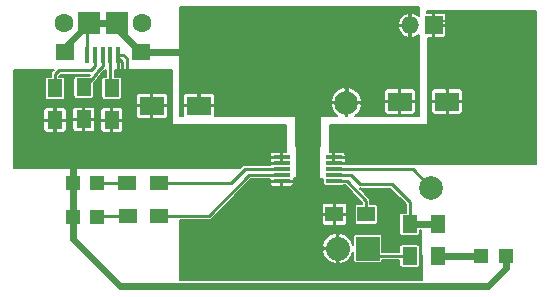
<source format=gtl>
G04 #@! TF.FileFunction,Copper,L1,Top,Signal*
%FSLAX46Y46*%
G04 Gerber Fmt 4.6, Leading zero omitted, Abs format (unit mm)*
G04 Created by KiCad (PCBNEW 0.201503210816+5526~22~ubuntu14.10.1-product) date Mon 23 Mar 2015 01:39:21 PM EDT*
%MOMM*%
G01*
G04 APERTURE LIST*
%ADD10C,0.100000*%
%ADD11R,2.000000X1.600000*%
%ADD12R,1.198880X1.198880*%
%ADD13R,1.500000X1.300000*%
%ADD14R,1.300000X1.500000*%
%ADD15R,1.400000X0.300000*%
%ADD16R,2.032000X2.032000*%
%ADD17O,2.032000X2.032000*%
%ADD18R,0.400000X1.350000*%
%ADD19R,1.600000X1.400000*%
%ADD20R,1.900000X1.900000*%
%ADD21C,1.600000*%
%ADD22R,1.500000X1.500000*%
%ADD23O,1.500000X1.500000*%
%ADD24C,1.998980*%
%ADD25C,0.685800*%
%ADD26C,0.152400*%
%ADD27C,0.254000*%
%ADD28C,0.609600*%
G04 APERTURE END LIST*
D10*
D11*
X156724600Y-105628440D03*
X160724600Y-105628440D03*
X181730400Y-105257600D03*
X177730400Y-105257600D03*
D12*
X186723020Y-118364000D03*
X184624980Y-118364000D03*
X150017480Y-114998500D03*
X152115520Y-114998500D03*
X150017480Y-112141000D03*
X152115520Y-112141000D03*
D13*
X157306000Y-112141000D03*
X154606000Y-112141000D03*
X157369500Y-114935000D03*
X154669500Y-114935000D03*
D14*
X180975000Y-115617000D03*
X180975000Y-118317000D03*
X178562000Y-115642400D03*
X178562000Y-118342400D03*
D13*
X172182800Y-114808000D03*
X174882800Y-114808000D03*
D14*
X148534120Y-106836200D03*
X148534120Y-104136200D03*
X150962360Y-106770160D03*
X150962360Y-104070160D03*
X153339800Y-106836200D03*
X153339800Y-104136200D03*
D15*
X167726000Y-109998000D03*
X167726000Y-110498000D03*
X167726000Y-110998000D03*
X167726000Y-111498000D03*
X167726000Y-111998000D03*
X172126000Y-111998000D03*
X172126000Y-111498000D03*
X172126000Y-110998000D03*
X172126000Y-110498000D03*
X172126000Y-109998000D03*
D16*
X175006000Y-117703600D03*
D17*
X172466000Y-117703600D03*
D18*
X152568760Y-101318440D03*
X151918760Y-101318440D03*
X151268760Y-101318440D03*
X153218760Y-101318440D03*
X153868760Y-101318440D03*
D19*
X155768760Y-101093440D03*
X149368760Y-101093440D03*
D20*
X153768760Y-98643440D03*
X151368760Y-98643440D03*
D21*
X155868760Y-98643440D03*
X149268760Y-98643440D03*
D22*
X180594000Y-98806000D03*
D23*
X178594000Y-98806000D03*
D24*
X173191898Y-105373898D03*
X180376102Y-112558102D03*
D25*
X178435000Y-100965000D03*
X178435000Y-102870000D03*
X160655000Y-99695000D03*
X160655000Y-97790000D03*
X163195000Y-97790000D03*
X163195000Y-99695000D03*
X163195000Y-101600000D03*
X163195000Y-103505000D03*
X163195000Y-105410000D03*
X165735000Y-105410000D03*
X165735000Y-103505000D03*
X165735000Y-101600000D03*
X165735000Y-99695000D03*
X165735000Y-97790000D03*
X168275000Y-97790000D03*
X168275000Y-99695000D03*
X168275000Y-101600000D03*
X168275000Y-103505000D03*
X168275000Y-105410000D03*
X170815000Y-105410000D03*
X170815000Y-103505000D03*
X170815000Y-101600000D03*
X170815000Y-99695000D03*
X170815000Y-97790000D03*
X173355000Y-97790000D03*
X173355000Y-99695000D03*
X173355000Y-101600000D03*
X173355000Y-103505000D03*
X175895000Y-105410000D03*
X175895000Y-103505000D03*
X175895000Y-101600000D03*
X175895000Y-99695000D03*
X175895000Y-97790000D03*
X160655000Y-103505000D03*
X160655000Y-101600000D03*
X170180000Y-106680000D03*
X170180000Y-108585000D03*
X170180000Y-110490000D03*
X170180000Y-112395000D03*
X170180000Y-114300000D03*
X167640000Y-114300000D03*
X165100000Y-114300000D03*
X160020000Y-116205000D03*
X162560000Y-116205000D03*
X165735000Y-116205000D03*
X168910000Y-116205000D03*
X170180000Y-118110000D03*
X167640000Y-118110000D03*
X164465000Y-118110000D03*
X161290000Y-118110000D03*
X160020000Y-120015000D03*
X163195000Y-120015000D03*
X166370000Y-120015000D03*
X169545000Y-120015000D03*
X173355000Y-120015000D03*
X176530000Y-120015000D03*
X177165000Y-116840000D03*
X177165000Y-114935000D03*
X175895000Y-113030000D03*
X156845000Y-107950000D03*
X159385000Y-107950000D03*
X161925000Y-107950000D03*
X164465000Y-107950000D03*
X167005000Y-107950000D03*
X164465000Y-109855000D03*
X161925000Y-109855000D03*
X159385000Y-109855000D03*
X156845000Y-109855000D03*
X153670000Y-109855000D03*
X151130000Y-109855000D03*
X148590000Y-109855000D03*
X146050000Y-109855000D03*
X146050000Y-107950000D03*
X146050000Y-106045000D03*
X146050000Y-104140000D03*
X154305000Y-108585000D03*
X152400000Y-108585000D03*
X149860000Y-108585000D03*
X147955000Y-108585000D03*
X157480000Y-103505000D03*
X155575000Y-103505000D03*
X184150000Y-102235000D03*
X183515000Y-100330000D03*
X185420000Y-100330000D03*
X187960000Y-100330000D03*
X187960000Y-98425000D03*
X185420000Y-98425000D03*
X183515000Y-98425000D03*
X181610000Y-102235000D03*
X184785000Y-109855000D03*
X182245000Y-109855000D03*
X180340000Y-109220000D03*
X177165000Y-109220000D03*
X174625000Y-109220000D03*
X173355000Y-107950000D03*
X175895000Y-107950000D03*
X178435000Y-107950000D03*
X180975000Y-107950000D03*
X183515000Y-107950000D03*
X186055000Y-107950000D03*
X188595000Y-107950000D03*
X188595000Y-106045000D03*
X186690000Y-106045000D03*
X184150000Y-106045000D03*
X183515000Y-104140000D03*
X185420000Y-104140000D03*
X187960000Y-104140000D03*
X186690000Y-102235000D03*
X187960000Y-109855000D03*
D26*
X178460400Y-100939600D02*
X178435000Y-100965000D01*
X178460400Y-98450400D02*
X178460400Y-100939600D01*
D27*
X151268760Y-101318440D02*
X151268760Y-98743440D01*
X151268760Y-98743440D02*
X151368760Y-98643440D01*
D28*
X153768760Y-98643440D02*
X153768760Y-99093440D01*
X153768760Y-99093440D02*
X155768760Y-101093440D01*
X151368760Y-98643440D02*
X153768760Y-98643440D01*
X149368760Y-101093440D02*
X149368760Y-100643440D01*
X149368760Y-100643440D02*
X151368760Y-98643440D01*
D26*
X160655000Y-101600000D02*
X160655000Y-99695000D01*
X160655000Y-97790000D02*
X163195000Y-97790000D01*
X163195000Y-99695000D02*
X163195000Y-101600000D01*
X163195000Y-103505000D02*
X163195000Y-105410000D01*
X165735000Y-105410000D02*
X165735000Y-103505000D01*
X165735000Y-101600000D02*
X165735000Y-99695000D01*
X165735000Y-97790000D02*
X168275000Y-97790000D01*
X168275000Y-99695000D02*
X168275000Y-101600000D01*
X168275000Y-103505000D02*
X168275000Y-105410000D01*
X170815000Y-105410000D02*
X170815000Y-103505000D01*
X170815000Y-101600000D02*
X170815000Y-99695000D01*
X170815000Y-97790000D02*
X173355000Y-97790000D01*
X173355000Y-99695000D02*
X173355000Y-101600000D01*
X173355000Y-103505000D02*
X173355000Y-105410000D01*
X175895000Y-105410000D02*
X175895000Y-103505000D01*
X175895000Y-101600000D02*
X175895000Y-99695000D01*
X160724600Y-105628440D02*
X160724600Y-103574600D01*
X160724600Y-103574600D02*
X160655000Y-103505000D01*
X170815000Y-106045000D02*
X170180000Y-106680000D01*
X170180000Y-108585000D02*
X170180000Y-110490000D01*
X170180000Y-112395000D02*
X170180000Y-114300000D01*
X167640000Y-114300000D02*
X165100000Y-114300000D01*
X160020000Y-116205000D02*
X162560000Y-116205000D01*
X165735000Y-116205000D02*
X168910000Y-116205000D01*
X170180000Y-118110000D02*
X167640000Y-118110000D01*
X164465000Y-118110000D02*
X161290000Y-118110000D01*
X160020000Y-120015000D02*
X163195000Y-120015000D01*
X166370000Y-120015000D02*
X169545000Y-120015000D01*
X173355000Y-120015000D02*
X176530000Y-120015000D01*
X177165000Y-116840000D02*
X177165000Y-114935000D01*
X170815000Y-105410000D02*
X170815000Y-106045000D01*
D28*
X159764560Y-101093440D02*
X159766000Y-101092000D01*
X155768760Y-101093440D02*
X159764560Y-101093440D01*
D27*
X151844080Y-103088440D02*
X151844080Y-103188440D01*
X151844080Y-103188440D02*
X150962360Y-104070160D01*
X152059640Y-102778560D02*
X152059640Y-102872880D01*
X152059640Y-102872880D02*
X151844080Y-103088440D01*
X152568760Y-102269440D02*
X152059640Y-102778560D01*
X152568760Y-101318440D02*
X152568760Y-102269440D01*
X148859240Y-102626160D02*
X148534120Y-102951280D01*
X148534120Y-102951280D02*
X148534120Y-104136200D01*
X151540040Y-102626160D02*
X148859240Y-102626160D01*
X151918760Y-101318440D02*
X151918760Y-102247440D01*
X151918760Y-102247440D02*
X151540040Y-102626160D01*
X153218760Y-101318440D02*
X153218760Y-104015160D01*
X153218760Y-104015160D02*
X153339800Y-104136200D01*
D28*
X184577980Y-118317000D02*
X184624980Y-118364000D01*
X180975000Y-118317000D02*
X184577980Y-118317000D01*
D26*
X152179020Y-114935000D02*
X152115520Y-114998500D01*
D27*
X154669500Y-114935000D02*
X152179020Y-114935000D01*
X152115520Y-112141000D02*
X154606000Y-112141000D01*
D26*
X175644800Y-118342400D02*
X175006000Y-117703600D01*
D27*
X178562000Y-118342400D02*
X175644800Y-118342400D01*
X163449000Y-112141000D02*
X164592000Y-110998000D01*
X164592000Y-110998000D02*
X167726000Y-110998000D01*
X157306000Y-112141000D02*
X163449000Y-112141000D01*
X164981000Y-111498000D02*
X161544000Y-114935000D01*
X161544000Y-114935000D02*
X157369500Y-114935000D01*
X167726000Y-111498000D02*
X164981000Y-111498000D01*
D26*
X178672500Y-115531900D02*
X178562000Y-115642400D01*
D27*
X178562000Y-113792000D02*
X177038000Y-112268000D01*
X177038000Y-112268000D02*
X174371000Y-112268000D01*
X174371000Y-112268000D02*
X173601000Y-111498000D01*
X178562000Y-115642400D02*
X178562000Y-113792000D01*
D26*
X178587400Y-115617000D02*
X178562000Y-115642400D01*
D28*
X178587400Y-115617000D02*
X178562000Y-115642400D01*
X180975000Y-115617000D02*
X178587400Y-115617000D01*
D27*
X173601000Y-111498000D02*
X172126000Y-111498000D01*
X175260000Y-110998000D02*
X178816000Y-110998000D01*
X178816000Y-110998000D02*
X180376102Y-112558102D01*
X172126000Y-110998000D02*
X175260000Y-110998000D01*
X175260000Y-110998000D02*
X175307000Y-110998000D01*
D26*
X174879000Y-114804200D02*
X174882800Y-114808000D01*
D27*
X173212000Y-111998000D02*
X174879000Y-113665000D01*
X174879000Y-113665000D02*
X174879000Y-114804200D01*
X172126000Y-111998000D02*
X173212000Y-111998000D01*
X154609800Y-101605480D02*
X154609800Y-102971600D01*
X153868760Y-101318440D02*
X154322760Y-101318440D01*
X154322760Y-101318440D02*
X154609800Y-101605480D01*
X154198320Y-101945440D02*
X154198320Y-102743000D01*
X153868760Y-101615880D02*
X154198320Y-101945440D01*
X153868760Y-101318440D02*
X153868760Y-101615880D01*
X153868760Y-102823640D02*
X153868760Y-101318440D01*
D28*
X154051000Y-120904000D02*
X150017480Y-116870480D01*
X150017480Y-116870480D02*
X150017480Y-114744500D01*
X150017480Y-114744500D02*
X150017480Y-112141000D01*
X150017480Y-110078520D02*
X150241000Y-109855000D01*
X150017480Y-112141000D02*
X150017480Y-110078520D01*
D26*
X156724600Y-105628440D02*
X156724600Y-107829600D01*
X156724600Y-107829600D02*
X156845000Y-107950000D01*
X159385000Y-107950000D02*
X161925000Y-107950000D01*
X164465000Y-107950000D02*
X167005000Y-107950000D01*
X164465000Y-109855000D02*
X161925000Y-109855000D01*
X159385000Y-109855000D02*
X156845000Y-109855000D01*
X153670000Y-109855000D02*
X151130000Y-109855000D01*
X148590000Y-109855000D02*
X146050000Y-109855000D01*
X146050000Y-107950000D02*
X146050000Y-106045000D01*
X156845000Y-107950000D02*
X154940000Y-107950000D01*
X154940000Y-107950000D02*
X154305000Y-108585000D01*
X152400000Y-108585000D02*
X150495000Y-108585000D01*
X150495000Y-108585000D02*
X149860000Y-108585000D01*
X156724600Y-105628440D02*
X156724600Y-104260400D01*
X156724600Y-104260400D02*
X157480000Y-103505000D01*
D28*
X186723020Y-119346980D02*
X185166000Y-120904000D01*
X185166000Y-120904000D02*
X154051000Y-120904000D01*
X186723020Y-118364000D02*
X186723020Y-119346980D01*
X150896320Y-106836200D02*
X150962360Y-106770160D01*
X153273760Y-106770160D02*
X153339800Y-106836200D01*
D26*
X183489600Y-98450400D02*
X181000400Y-98450400D01*
X182245000Y-101600000D02*
X181610000Y-102235000D01*
X183515000Y-100330000D02*
X182245000Y-101600000D01*
X187960000Y-100330000D02*
X185420000Y-100330000D01*
X185420000Y-98425000D02*
X187960000Y-98425000D01*
X183489600Y-98450400D02*
X183515000Y-98425000D01*
X182245000Y-109855000D02*
X184785000Y-109855000D01*
X177165000Y-109220000D02*
X180340000Y-109220000D01*
X173355000Y-107950000D02*
X174625000Y-109220000D01*
X178435000Y-107950000D02*
X175895000Y-107950000D01*
X183515000Y-107950000D02*
X180975000Y-107950000D01*
X188595000Y-107950000D02*
X186055000Y-107950000D01*
X186690000Y-106045000D02*
X188595000Y-106045000D01*
X184150000Y-104775000D02*
X184150000Y-106045000D01*
X183515000Y-104140000D02*
X184150000Y-104775000D01*
X187960000Y-104140000D02*
X185420000Y-104140000D01*
X184150000Y-102235000D02*
X186690000Y-102235000D01*
G36*
X179602294Y-120360743D02*
X179445079Y-120361360D01*
X179445079Y-119092400D01*
X179445079Y-117592400D01*
X179428167Y-117505236D01*
X179377842Y-117428626D01*
X179301871Y-117377344D01*
X179212000Y-117359321D01*
X177912000Y-117359321D01*
X177824836Y-117376233D01*
X177748226Y-117426558D01*
X177696944Y-117502529D01*
X177678921Y-117592400D01*
X177678921Y-117986800D01*
X176255079Y-117986800D01*
X176255079Y-116687600D01*
X176238167Y-116600436D01*
X176187842Y-116523826D01*
X176111871Y-116472544D01*
X176022000Y-116454521D01*
X173990000Y-116454521D01*
X173902836Y-116471433D01*
X173826226Y-116521758D01*
X173774944Y-116597729D01*
X173756921Y-116687600D01*
X173756921Y-117370691D01*
X173586467Y-116957398D01*
X173263000Y-116632942D01*
X173263000Y-115523681D01*
X173263000Y-115392319D01*
X173263000Y-114941350D01*
X173263000Y-114674650D01*
X173263000Y-114223681D01*
X173263000Y-114092319D01*
X173212730Y-113970957D01*
X173119843Y-113878070D01*
X172998481Y-113827800D01*
X172316150Y-113827800D01*
X172233600Y-113910350D01*
X172233600Y-114757200D01*
X173180450Y-114757200D01*
X173263000Y-114674650D01*
X173263000Y-114941350D01*
X173180450Y-114858800D01*
X172233600Y-114858800D01*
X172233600Y-115705650D01*
X172316150Y-115788200D01*
X172998481Y-115788200D01*
X173119843Y-115737930D01*
X173212730Y-115645043D01*
X173263000Y-115523681D01*
X173263000Y-116632942D01*
X173215617Y-116585415D01*
X172730645Y-116383666D01*
X172726617Y-116382868D01*
X172516800Y-116440972D01*
X172516800Y-117652800D01*
X172536800Y-117652800D01*
X172536800Y-117754400D01*
X172516800Y-117754400D01*
X172516800Y-118966228D01*
X172726617Y-119024332D01*
X172730645Y-119023534D01*
X173215617Y-118821785D01*
X173586467Y-118449802D01*
X173756921Y-118036508D01*
X173756921Y-118719600D01*
X173773833Y-118806764D01*
X173824158Y-118883374D01*
X173900129Y-118934656D01*
X173990000Y-118952679D01*
X176022000Y-118952679D01*
X176109164Y-118935767D01*
X176185774Y-118885442D01*
X176237056Y-118809471D01*
X176255079Y-118719600D01*
X176255079Y-118698000D01*
X177678921Y-118698000D01*
X177678921Y-119092400D01*
X177695833Y-119179564D01*
X177746158Y-119256174D01*
X177822129Y-119307456D01*
X177912000Y-119325479D01*
X179212000Y-119325479D01*
X179299164Y-119308567D01*
X179375774Y-119258242D01*
X179427056Y-119182271D01*
X179445079Y-119092400D01*
X179445079Y-120361360D01*
X177094313Y-120370600D01*
X172415200Y-120370600D01*
X172415200Y-118966228D01*
X172415200Y-117754400D01*
X172415200Y-117652800D01*
X172415200Y-116440972D01*
X172205383Y-116382868D01*
X172201355Y-116383666D01*
X172132000Y-116412517D01*
X172132000Y-115705650D01*
X172132000Y-114858800D01*
X172132000Y-114757200D01*
X172132000Y-113910350D01*
X172049450Y-113827800D01*
X171367119Y-113827800D01*
X171245757Y-113878070D01*
X171152870Y-113970957D01*
X171102600Y-114092319D01*
X171102600Y-114223681D01*
X171102600Y-114674650D01*
X171185150Y-114757200D01*
X172132000Y-114757200D01*
X172132000Y-114858800D01*
X171185150Y-114858800D01*
X171102600Y-114941350D01*
X171102600Y-115392319D01*
X171102600Y-115523681D01*
X171152870Y-115645043D01*
X171245757Y-115737930D01*
X171367119Y-115788200D01*
X172049450Y-115788200D01*
X172132000Y-115705650D01*
X172132000Y-116412517D01*
X171716383Y-116585415D01*
X171345533Y-116957398D01*
X171145264Y-117442983D01*
X171203305Y-117652800D01*
X172415200Y-117652800D01*
X172415200Y-117754400D01*
X171203305Y-117754400D01*
X171145264Y-117964217D01*
X171345533Y-118449802D01*
X171716383Y-118821785D01*
X172201355Y-119023534D01*
X172205383Y-119024332D01*
X172415200Y-118966228D01*
X172415200Y-120370600D01*
X168756200Y-120370600D01*
X168756200Y-112213681D01*
X168756200Y-112131350D01*
X168673650Y-112048800D01*
X167776800Y-112048800D01*
X167776800Y-112395650D01*
X167859350Y-112478200D01*
X168491681Y-112478200D01*
X168613043Y-112427930D01*
X168705930Y-112335043D01*
X168756200Y-112213681D01*
X168756200Y-120370600D01*
X167675200Y-120370600D01*
X167675200Y-112395650D01*
X167675200Y-112048800D01*
X166778350Y-112048800D01*
X166695800Y-112131350D01*
X166695800Y-112213681D01*
X166746070Y-112335043D01*
X166838957Y-112427930D01*
X166960319Y-112478200D01*
X167592650Y-112478200D01*
X167675200Y-112395650D01*
X167675200Y-120370600D01*
X159075120Y-120370600D01*
X159075120Y-115290600D01*
X161544000Y-115290600D01*
X161680082Y-115263532D01*
X161680083Y-115263532D01*
X161795447Y-115186447D01*
X165128294Y-111853600D01*
X166695800Y-111853600D01*
X166695800Y-111864650D01*
X166778350Y-111947200D01*
X167675200Y-111947200D01*
X167675200Y-111927200D01*
X167776800Y-111927200D01*
X167776800Y-111947200D01*
X168673650Y-111947200D01*
X168756200Y-111864650D01*
X168756200Y-111782319D01*
X168752098Y-111772417D01*
X168987148Y-111772839D01*
X168921765Y-106476800D01*
X162054800Y-106476800D01*
X162054800Y-106362759D01*
X162054800Y-105761790D01*
X162054800Y-105495090D01*
X162054800Y-104894121D01*
X162054800Y-104762759D01*
X162004530Y-104641397D01*
X161911643Y-104548510D01*
X161790281Y-104498240D01*
X160857950Y-104498240D01*
X160775400Y-104580790D01*
X160775400Y-105577640D01*
X161972250Y-105577640D01*
X162054800Y-105495090D01*
X162054800Y-105761790D01*
X161972250Y-105679240D01*
X160775400Y-105679240D01*
X160775400Y-105699240D01*
X160673800Y-105699240D01*
X160673800Y-105679240D01*
X160673800Y-105577640D01*
X160673800Y-104580790D01*
X160591250Y-104498240D01*
X159658919Y-104498240D01*
X159537557Y-104548510D01*
X159444670Y-104641397D01*
X159394400Y-104762759D01*
X159394400Y-104894121D01*
X159394400Y-105495090D01*
X159476950Y-105577640D01*
X160673800Y-105577640D01*
X160673800Y-105679240D01*
X159476950Y-105679240D01*
X159394400Y-105761790D01*
X159394400Y-106362759D01*
X159394400Y-106476800D01*
X159143700Y-106476800D01*
X159143700Y-99822000D01*
X159143700Y-99568000D01*
X159143700Y-97294700D01*
X179311300Y-97294700D01*
X179311300Y-98025458D01*
X179187129Y-97903203D01*
X178812968Y-97748226D01*
X178644800Y-97809644D01*
X178644800Y-98755200D01*
X178664800Y-98755200D01*
X178664800Y-98856800D01*
X178644800Y-98856800D01*
X178644800Y-99802356D01*
X178812968Y-99863774D01*
X179187129Y-99708797D01*
X179311300Y-99586541D01*
X179311300Y-106476800D01*
X179060600Y-106476800D01*
X179060600Y-106123281D01*
X179060600Y-105991919D01*
X179060600Y-105390950D01*
X179060600Y-105124250D01*
X179060600Y-104523281D01*
X179060600Y-104391919D01*
X179010330Y-104270557D01*
X178917443Y-104177670D01*
X178796081Y-104127400D01*
X178543200Y-104127400D01*
X178543200Y-99802356D01*
X178543200Y-98856800D01*
X178543200Y-98755200D01*
X178543200Y-97809644D01*
X178375032Y-97748226D01*
X178000871Y-97903203D01*
X177700535Y-98198905D01*
X177536221Y-98587031D01*
X177597540Y-98755200D01*
X178543200Y-98755200D01*
X178543200Y-98856800D01*
X177597540Y-98856800D01*
X177536221Y-99024969D01*
X177700535Y-99413095D01*
X178000871Y-99708797D01*
X178375032Y-99863774D01*
X178543200Y-99802356D01*
X178543200Y-104127400D01*
X177863750Y-104127400D01*
X177781200Y-104209950D01*
X177781200Y-105206800D01*
X178978050Y-105206800D01*
X179060600Y-105124250D01*
X179060600Y-105390950D01*
X178978050Y-105308400D01*
X177781200Y-105308400D01*
X177781200Y-106305250D01*
X177863750Y-106387800D01*
X178796081Y-106387800D01*
X178917443Y-106337530D01*
X179010330Y-106244643D01*
X179060600Y-106123281D01*
X179060600Y-106476800D01*
X177679600Y-106476800D01*
X177679600Y-106305250D01*
X177679600Y-105308400D01*
X177679600Y-105206800D01*
X177679600Y-104209950D01*
X177597050Y-104127400D01*
X176664719Y-104127400D01*
X176543357Y-104177670D01*
X176450470Y-104270557D01*
X176400200Y-104391919D01*
X176400200Y-104523281D01*
X176400200Y-105124250D01*
X176482750Y-105206800D01*
X177679600Y-105206800D01*
X177679600Y-105308400D01*
X176482750Y-105308400D01*
X176400200Y-105390950D01*
X176400200Y-105991919D01*
X176400200Y-106123281D01*
X176450470Y-106244643D01*
X176543357Y-106337530D01*
X176664719Y-106387800D01*
X177597050Y-106387800D01*
X177679600Y-106305250D01*
X177679600Y-106476800D01*
X173968880Y-106476800D01*
X174317804Y-106129124D01*
X174521112Y-105640770D01*
X174522059Y-105636008D01*
X174522059Y-105111788D01*
X174320501Y-104622709D01*
X173947124Y-104247992D01*
X173458770Y-104044684D01*
X173454008Y-104043737D01*
X173242698Y-104101722D01*
X173242698Y-105323098D01*
X174464074Y-105323098D01*
X174522059Y-105111788D01*
X174522059Y-105636008D01*
X174464074Y-105424698D01*
X173242698Y-105424698D01*
X173242698Y-106476800D01*
X173141098Y-106476800D01*
X173141098Y-105424698D01*
X173141098Y-105323098D01*
X173141098Y-104101722D01*
X172929788Y-104043737D01*
X172440709Y-104245295D01*
X172065992Y-104618672D01*
X171862684Y-105107026D01*
X171861737Y-105111788D01*
X171919722Y-105323098D01*
X173141098Y-105323098D01*
X173141098Y-105424698D01*
X171919722Y-105424698D01*
X171861737Y-105636008D01*
X172063295Y-106125087D01*
X172413750Y-106476800D01*
X170930224Y-106476800D01*
X170864854Y-111837093D01*
X171195872Y-111833284D01*
X171192921Y-111848000D01*
X171192921Y-112148000D01*
X171209833Y-112235164D01*
X171260158Y-112311774D01*
X171336129Y-112363056D01*
X171426000Y-112381079D01*
X172826000Y-112381079D01*
X172913164Y-112364167D01*
X172929250Y-112353600D01*
X173064706Y-112353600D01*
X174523400Y-113812294D01*
X174523400Y-113924921D01*
X174132800Y-113924921D01*
X174045636Y-113941833D01*
X173969026Y-113992158D01*
X173917744Y-114068129D01*
X173899721Y-114158000D01*
X173899721Y-115458000D01*
X173916633Y-115545164D01*
X173966958Y-115621774D01*
X174042929Y-115673056D01*
X174132800Y-115691079D01*
X175632800Y-115691079D01*
X175719964Y-115674167D01*
X175796574Y-115623842D01*
X175847856Y-115547871D01*
X175865879Y-115458000D01*
X175865879Y-114158000D01*
X175848967Y-114070836D01*
X175798642Y-113994226D01*
X175722671Y-113942944D01*
X175632800Y-113924921D01*
X175234600Y-113924921D01*
X175234600Y-113665000D01*
X175207532Y-113528918D01*
X175207532Y-113528917D01*
X175130447Y-113413553D01*
X174332919Y-112616025D01*
X174371000Y-112623600D01*
X176890705Y-112623600D01*
X178206400Y-113939294D01*
X178206400Y-114659321D01*
X177912000Y-114659321D01*
X177824836Y-114676233D01*
X177748226Y-114726558D01*
X177696944Y-114802529D01*
X177678921Y-114892400D01*
X177678921Y-116392400D01*
X177695833Y-116479564D01*
X177746158Y-116556174D01*
X177822129Y-116607456D01*
X177912000Y-116625479D01*
X179212000Y-116625479D01*
X179299164Y-116608567D01*
X179375774Y-116558242D01*
X179427056Y-116482271D01*
X179445079Y-116392400D01*
X179445079Y-116150400D01*
X179541362Y-116150400D01*
X179602294Y-120360743D01*
X179602294Y-120360743D01*
G37*
X179602294Y-120360743D02*
X179445079Y-120361360D01*
X179445079Y-119092400D01*
X179445079Y-117592400D01*
X179428167Y-117505236D01*
X179377842Y-117428626D01*
X179301871Y-117377344D01*
X179212000Y-117359321D01*
X177912000Y-117359321D01*
X177824836Y-117376233D01*
X177748226Y-117426558D01*
X177696944Y-117502529D01*
X177678921Y-117592400D01*
X177678921Y-117986800D01*
X176255079Y-117986800D01*
X176255079Y-116687600D01*
X176238167Y-116600436D01*
X176187842Y-116523826D01*
X176111871Y-116472544D01*
X176022000Y-116454521D01*
X173990000Y-116454521D01*
X173902836Y-116471433D01*
X173826226Y-116521758D01*
X173774944Y-116597729D01*
X173756921Y-116687600D01*
X173756921Y-117370691D01*
X173586467Y-116957398D01*
X173263000Y-116632942D01*
X173263000Y-115523681D01*
X173263000Y-115392319D01*
X173263000Y-114941350D01*
X173263000Y-114674650D01*
X173263000Y-114223681D01*
X173263000Y-114092319D01*
X173212730Y-113970957D01*
X173119843Y-113878070D01*
X172998481Y-113827800D01*
X172316150Y-113827800D01*
X172233600Y-113910350D01*
X172233600Y-114757200D01*
X173180450Y-114757200D01*
X173263000Y-114674650D01*
X173263000Y-114941350D01*
X173180450Y-114858800D01*
X172233600Y-114858800D01*
X172233600Y-115705650D01*
X172316150Y-115788200D01*
X172998481Y-115788200D01*
X173119843Y-115737930D01*
X173212730Y-115645043D01*
X173263000Y-115523681D01*
X173263000Y-116632942D01*
X173215617Y-116585415D01*
X172730645Y-116383666D01*
X172726617Y-116382868D01*
X172516800Y-116440972D01*
X172516800Y-117652800D01*
X172536800Y-117652800D01*
X172536800Y-117754400D01*
X172516800Y-117754400D01*
X172516800Y-118966228D01*
X172726617Y-119024332D01*
X172730645Y-119023534D01*
X173215617Y-118821785D01*
X173586467Y-118449802D01*
X173756921Y-118036508D01*
X173756921Y-118719600D01*
X173773833Y-118806764D01*
X173824158Y-118883374D01*
X173900129Y-118934656D01*
X173990000Y-118952679D01*
X176022000Y-118952679D01*
X176109164Y-118935767D01*
X176185774Y-118885442D01*
X176237056Y-118809471D01*
X176255079Y-118719600D01*
X176255079Y-118698000D01*
X177678921Y-118698000D01*
X177678921Y-119092400D01*
X177695833Y-119179564D01*
X177746158Y-119256174D01*
X177822129Y-119307456D01*
X177912000Y-119325479D01*
X179212000Y-119325479D01*
X179299164Y-119308567D01*
X179375774Y-119258242D01*
X179427056Y-119182271D01*
X179445079Y-119092400D01*
X179445079Y-120361360D01*
X177094313Y-120370600D01*
X172415200Y-120370600D01*
X172415200Y-118966228D01*
X172415200Y-117754400D01*
X172415200Y-117652800D01*
X172415200Y-116440972D01*
X172205383Y-116382868D01*
X172201355Y-116383666D01*
X172132000Y-116412517D01*
X172132000Y-115705650D01*
X172132000Y-114858800D01*
X172132000Y-114757200D01*
X172132000Y-113910350D01*
X172049450Y-113827800D01*
X171367119Y-113827800D01*
X171245757Y-113878070D01*
X171152870Y-113970957D01*
X171102600Y-114092319D01*
X171102600Y-114223681D01*
X171102600Y-114674650D01*
X171185150Y-114757200D01*
X172132000Y-114757200D01*
X172132000Y-114858800D01*
X171185150Y-114858800D01*
X171102600Y-114941350D01*
X171102600Y-115392319D01*
X171102600Y-115523681D01*
X171152870Y-115645043D01*
X171245757Y-115737930D01*
X171367119Y-115788200D01*
X172049450Y-115788200D01*
X172132000Y-115705650D01*
X172132000Y-116412517D01*
X171716383Y-116585415D01*
X171345533Y-116957398D01*
X171145264Y-117442983D01*
X171203305Y-117652800D01*
X172415200Y-117652800D01*
X172415200Y-117754400D01*
X171203305Y-117754400D01*
X171145264Y-117964217D01*
X171345533Y-118449802D01*
X171716383Y-118821785D01*
X172201355Y-119023534D01*
X172205383Y-119024332D01*
X172415200Y-118966228D01*
X172415200Y-120370600D01*
X168756200Y-120370600D01*
X168756200Y-112213681D01*
X168756200Y-112131350D01*
X168673650Y-112048800D01*
X167776800Y-112048800D01*
X167776800Y-112395650D01*
X167859350Y-112478200D01*
X168491681Y-112478200D01*
X168613043Y-112427930D01*
X168705930Y-112335043D01*
X168756200Y-112213681D01*
X168756200Y-120370600D01*
X167675200Y-120370600D01*
X167675200Y-112395650D01*
X167675200Y-112048800D01*
X166778350Y-112048800D01*
X166695800Y-112131350D01*
X166695800Y-112213681D01*
X166746070Y-112335043D01*
X166838957Y-112427930D01*
X166960319Y-112478200D01*
X167592650Y-112478200D01*
X167675200Y-112395650D01*
X167675200Y-120370600D01*
X159075120Y-120370600D01*
X159075120Y-115290600D01*
X161544000Y-115290600D01*
X161680082Y-115263532D01*
X161680083Y-115263532D01*
X161795447Y-115186447D01*
X165128294Y-111853600D01*
X166695800Y-111853600D01*
X166695800Y-111864650D01*
X166778350Y-111947200D01*
X167675200Y-111947200D01*
X167675200Y-111927200D01*
X167776800Y-111927200D01*
X167776800Y-111947200D01*
X168673650Y-111947200D01*
X168756200Y-111864650D01*
X168756200Y-111782319D01*
X168752098Y-111772417D01*
X168987148Y-111772839D01*
X168921765Y-106476800D01*
X162054800Y-106476800D01*
X162054800Y-106362759D01*
X162054800Y-105761790D01*
X162054800Y-105495090D01*
X162054800Y-104894121D01*
X162054800Y-104762759D01*
X162004530Y-104641397D01*
X161911643Y-104548510D01*
X161790281Y-104498240D01*
X160857950Y-104498240D01*
X160775400Y-104580790D01*
X160775400Y-105577640D01*
X161972250Y-105577640D01*
X162054800Y-105495090D01*
X162054800Y-105761790D01*
X161972250Y-105679240D01*
X160775400Y-105679240D01*
X160775400Y-105699240D01*
X160673800Y-105699240D01*
X160673800Y-105679240D01*
X160673800Y-105577640D01*
X160673800Y-104580790D01*
X160591250Y-104498240D01*
X159658919Y-104498240D01*
X159537557Y-104548510D01*
X159444670Y-104641397D01*
X159394400Y-104762759D01*
X159394400Y-104894121D01*
X159394400Y-105495090D01*
X159476950Y-105577640D01*
X160673800Y-105577640D01*
X160673800Y-105679240D01*
X159476950Y-105679240D01*
X159394400Y-105761790D01*
X159394400Y-106362759D01*
X159394400Y-106476800D01*
X159143700Y-106476800D01*
X159143700Y-99822000D01*
X159143700Y-99568000D01*
X159143700Y-97294700D01*
X179311300Y-97294700D01*
X179311300Y-98025458D01*
X179187129Y-97903203D01*
X178812968Y-97748226D01*
X178644800Y-97809644D01*
X178644800Y-98755200D01*
X178664800Y-98755200D01*
X178664800Y-98856800D01*
X178644800Y-98856800D01*
X178644800Y-99802356D01*
X178812968Y-99863774D01*
X179187129Y-99708797D01*
X179311300Y-99586541D01*
X179311300Y-106476800D01*
X179060600Y-106476800D01*
X179060600Y-106123281D01*
X179060600Y-105991919D01*
X179060600Y-105390950D01*
X179060600Y-105124250D01*
X179060600Y-104523281D01*
X179060600Y-104391919D01*
X179010330Y-104270557D01*
X178917443Y-104177670D01*
X178796081Y-104127400D01*
X178543200Y-104127400D01*
X178543200Y-99802356D01*
X178543200Y-98856800D01*
X178543200Y-98755200D01*
X178543200Y-97809644D01*
X178375032Y-97748226D01*
X178000871Y-97903203D01*
X177700535Y-98198905D01*
X177536221Y-98587031D01*
X177597540Y-98755200D01*
X178543200Y-98755200D01*
X178543200Y-98856800D01*
X177597540Y-98856800D01*
X177536221Y-99024969D01*
X177700535Y-99413095D01*
X178000871Y-99708797D01*
X178375032Y-99863774D01*
X178543200Y-99802356D01*
X178543200Y-104127400D01*
X177863750Y-104127400D01*
X177781200Y-104209950D01*
X177781200Y-105206800D01*
X178978050Y-105206800D01*
X179060600Y-105124250D01*
X179060600Y-105390950D01*
X178978050Y-105308400D01*
X177781200Y-105308400D01*
X177781200Y-106305250D01*
X177863750Y-106387800D01*
X178796081Y-106387800D01*
X178917443Y-106337530D01*
X179010330Y-106244643D01*
X179060600Y-106123281D01*
X179060600Y-106476800D01*
X177679600Y-106476800D01*
X177679600Y-106305250D01*
X177679600Y-105308400D01*
X177679600Y-105206800D01*
X177679600Y-104209950D01*
X177597050Y-104127400D01*
X176664719Y-104127400D01*
X176543357Y-104177670D01*
X176450470Y-104270557D01*
X176400200Y-104391919D01*
X176400200Y-104523281D01*
X176400200Y-105124250D01*
X176482750Y-105206800D01*
X177679600Y-105206800D01*
X177679600Y-105308400D01*
X176482750Y-105308400D01*
X176400200Y-105390950D01*
X176400200Y-105991919D01*
X176400200Y-106123281D01*
X176450470Y-106244643D01*
X176543357Y-106337530D01*
X176664719Y-106387800D01*
X177597050Y-106387800D01*
X177679600Y-106305250D01*
X177679600Y-106476800D01*
X173968880Y-106476800D01*
X174317804Y-106129124D01*
X174521112Y-105640770D01*
X174522059Y-105636008D01*
X174522059Y-105111788D01*
X174320501Y-104622709D01*
X173947124Y-104247992D01*
X173458770Y-104044684D01*
X173454008Y-104043737D01*
X173242698Y-104101722D01*
X173242698Y-105323098D01*
X174464074Y-105323098D01*
X174522059Y-105111788D01*
X174522059Y-105636008D01*
X174464074Y-105424698D01*
X173242698Y-105424698D01*
X173242698Y-106476800D01*
X173141098Y-106476800D01*
X173141098Y-105424698D01*
X173141098Y-105323098D01*
X173141098Y-104101722D01*
X172929788Y-104043737D01*
X172440709Y-104245295D01*
X172065992Y-104618672D01*
X171862684Y-105107026D01*
X171861737Y-105111788D01*
X171919722Y-105323098D01*
X173141098Y-105323098D01*
X173141098Y-105424698D01*
X171919722Y-105424698D01*
X171861737Y-105636008D01*
X172063295Y-106125087D01*
X172413750Y-106476800D01*
X170930224Y-106476800D01*
X170864854Y-111837093D01*
X171195872Y-111833284D01*
X171192921Y-111848000D01*
X171192921Y-112148000D01*
X171209833Y-112235164D01*
X171260158Y-112311774D01*
X171336129Y-112363056D01*
X171426000Y-112381079D01*
X172826000Y-112381079D01*
X172913164Y-112364167D01*
X172929250Y-112353600D01*
X173064706Y-112353600D01*
X174523400Y-113812294D01*
X174523400Y-113924921D01*
X174132800Y-113924921D01*
X174045636Y-113941833D01*
X173969026Y-113992158D01*
X173917744Y-114068129D01*
X173899721Y-114158000D01*
X173899721Y-115458000D01*
X173916633Y-115545164D01*
X173966958Y-115621774D01*
X174042929Y-115673056D01*
X174132800Y-115691079D01*
X175632800Y-115691079D01*
X175719964Y-115674167D01*
X175796574Y-115623842D01*
X175847856Y-115547871D01*
X175865879Y-115458000D01*
X175865879Y-114158000D01*
X175848967Y-114070836D01*
X175798642Y-113994226D01*
X175722671Y-113942944D01*
X175632800Y-113924921D01*
X175234600Y-113924921D01*
X175234600Y-113665000D01*
X175207532Y-113528918D01*
X175207532Y-113528917D01*
X175130447Y-113413553D01*
X174332919Y-112616025D01*
X174371000Y-112623600D01*
X176890705Y-112623600D01*
X178206400Y-113939294D01*
X178206400Y-114659321D01*
X177912000Y-114659321D01*
X177824836Y-114676233D01*
X177748226Y-114726558D01*
X177696944Y-114802529D01*
X177678921Y-114892400D01*
X177678921Y-116392400D01*
X177695833Y-116479564D01*
X177746158Y-116556174D01*
X177822129Y-116607456D01*
X177912000Y-116625479D01*
X179212000Y-116625479D01*
X179299164Y-116608567D01*
X179375774Y-116558242D01*
X179427056Y-116482271D01*
X179445079Y-116392400D01*
X179445079Y-116150400D01*
X179541362Y-116150400D01*
X179602294Y-120360743D01*
G36*
X189255400Y-110515400D02*
X183060600Y-110515400D01*
X183060600Y-106123281D01*
X183060600Y-105991919D01*
X183060600Y-105390950D01*
X183060600Y-105124250D01*
X183060600Y-104523281D01*
X183060600Y-104391919D01*
X183010330Y-104270557D01*
X182917443Y-104177670D01*
X182796081Y-104127400D01*
X181863750Y-104127400D01*
X181781200Y-104209950D01*
X181781200Y-105206800D01*
X182978050Y-105206800D01*
X183060600Y-105124250D01*
X183060600Y-105390950D01*
X182978050Y-105308400D01*
X181781200Y-105308400D01*
X181781200Y-106305250D01*
X181863750Y-106387800D01*
X182796081Y-106387800D01*
X182917443Y-106337530D01*
X183010330Y-106244643D01*
X183060600Y-106123281D01*
X183060600Y-110515400D01*
X181679600Y-110515400D01*
X181679600Y-106305250D01*
X181679600Y-105308400D01*
X181679600Y-105206800D01*
X181679600Y-104209950D01*
X181674200Y-104204550D01*
X181674200Y-99621681D01*
X181674200Y-98939350D01*
X181674200Y-98672650D01*
X181674200Y-97990319D01*
X181623930Y-97868957D01*
X181531043Y-97776070D01*
X181409681Y-97725800D01*
X181278319Y-97725800D01*
X180727350Y-97725800D01*
X180644800Y-97808350D01*
X180644800Y-98755200D01*
X181591650Y-98755200D01*
X181674200Y-98672650D01*
X181674200Y-98939350D01*
X181591650Y-98856800D01*
X180644800Y-98856800D01*
X180644800Y-99803650D01*
X180727350Y-99886200D01*
X181278319Y-99886200D01*
X181409681Y-99886200D01*
X181531043Y-99835930D01*
X181623930Y-99743043D01*
X181674200Y-99621681D01*
X181674200Y-104204550D01*
X181597050Y-104127400D01*
X180664719Y-104127400D01*
X180543357Y-104177670D01*
X180450470Y-104270557D01*
X180400200Y-104391919D01*
X180400200Y-104523281D01*
X180400200Y-105124250D01*
X180482750Y-105206800D01*
X181679600Y-105206800D01*
X181679600Y-105308400D01*
X180482750Y-105308400D01*
X180400200Y-105390950D01*
X180400200Y-105991919D01*
X180400200Y-106123281D01*
X180450470Y-106244643D01*
X180543357Y-106337530D01*
X180664719Y-106387800D01*
X181597050Y-106387800D01*
X181679600Y-106305250D01*
X181679600Y-110515400D01*
X173156200Y-110515400D01*
X173156200Y-110364650D01*
X173156200Y-110282319D01*
X173141984Y-110248000D01*
X173156200Y-110213681D01*
X173156200Y-110131350D01*
X173156200Y-109864650D01*
X173156200Y-109782319D01*
X173105930Y-109660957D01*
X173013043Y-109568070D01*
X172891681Y-109517800D01*
X172259350Y-109517800D01*
X172176800Y-109600350D01*
X172176800Y-109947200D01*
X173073650Y-109947200D01*
X173156200Y-109864650D01*
X173156200Y-110131350D01*
X173073650Y-110048800D01*
X172966521Y-110048800D01*
X172891681Y-110017800D01*
X172259350Y-110017800D01*
X172228350Y-110048800D01*
X172176800Y-110048800D01*
X172176800Y-110100350D01*
X172176800Y-110395650D01*
X172176800Y-110447200D01*
X172228350Y-110447200D01*
X172259350Y-110478200D01*
X172891681Y-110478200D01*
X172966521Y-110447200D01*
X173073650Y-110447200D01*
X173156200Y-110364650D01*
X173156200Y-110515400D01*
X172055200Y-110515400D01*
X172055200Y-110447200D01*
X172075200Y-110447200D01*
X172075200Y-110395650D01*
X172075200Y-110100350D01*
X172075200Y-110048800D01*
X172055200Y-110048800D01*
X172055200Y-109947200D01*
X172075200Y-109947200D01*
X172075200Y-109600350D01*
X171992650Y-109517800D01*
X171831000Y-109517800D01*
X171831000Y-107213400D01*
X180111802Y-107213400D01*
X180073237Y-99886200D01*
X180460650Y-99886200D01*
X180543200Y-99803650D01*
X180543200Y-98856800D01*
X180523200Y-98856800D01*
X180523200Y-98755200D01*
X180543200Y-98755200D01*
X180543200Y-97808350D01*
X180460650Y-97725800D01*
X180061867Y-97725800D01*
X180061002Y-97561400D01*
X189255400Y-97561400D01*
X189255400Y-110515400D01*
X189255400Y-110515400D01*
G37*
X189255400Y-110515400D02*
X183060600Y-110515400D01*
X183060600Y-106123281D01*
X183060600Y-105991919D01*
X183060600Y-105390950D01*
X183060600Y-105124250D01*
X183060600Y-104523281D01*
X183060600Y-104391919D01*
X183010330Y-104270557D01*
X182917443Y-104177670D01*
X182796081Y-104127400D01*
X181863750Y-104127400D01*
X181781200Y-104209950D01*
X181781200Y-105206800D01*
X182978050Y-105206800D01*
X183060600Y-105124250D01*
X183060600Y-105390950D01*
X182978050Y-105308400D01*
X181781200Y-105308400D01*
X181781200Y-106305250D01*
X181863750Y-106387800D01*
X182796081Y-106387800D01*
X182917443Y-106337530D01*
X183010330Y-106244643D01*
X183060600Y-106123281D01*
X183060600Y-110515400D01*
X181679600Y-110515400D01*
X181679600Y-106305250D01*
X181679600Y-105308400D01*
X181679600Y-105206800D01*
X181679600Y-104209950D01*
X181674200Y-104204550D01*
X181674200Y-99621681D01*
X181674200Y-98939350D01*
X181674200Y-98672650D01*
X181674200Y-97990319D01*
X181623930Y-97868957D01*
X181531043Y-97776070D01*
X181409681Y-97725800D01*
X181278319Y-97725800D01*
X180727350Y-97725800D01*
X180644800Y-97808350D01*
X180644800Y-98755200D01*
X181591650Y-98755200D01*
X181674200Y-98672650D01*
X181674200Y-98939350D01*
X181591650Y-98856800D01*
X180644800Y-98856800D01*
X180644800Y-99803650D01*
X180727350Y-99886200D01*
X181278319Y-99886200D01*
X181409681Y-99886200D01*
X181531043Y-99835930D01*
X181623930Y-99743043D01*
X181674200Y-99621681D01*
X181674200Y-104204550D01*
X181597050Y-104127400D01*
X180664719Y-104127400D01*
X180543357Y-104177670D01*
X180450470Y-104270557D01*
X180400200Y-104391919D01*
X180400200Y-104523281D01*
X180400200Y-105124250D01*
X180482750Y-105206800D01*
X181679600Y-105206800D01*
X181679600Y-105308400D01*
X180482750Y-105308400D01*
X180400200Y-105390950D01*
X180400200Y-105991919D01*
X180400200Y-106123281D01*
X180450470Y-106244643D01*
X180543357Y-106337530D01*
X180664719Y-106387800D01*
X181597050Y-106387800D01*
X181679600Y-106305250D01*
X181679600Y-110515400D01*
X173156200Y-110515400D01*
X173156200Y-110364650D01*
X173156200Y-110282319D01*
X173141984Y-110248000D01*
X173156200Y-110213681D01*
X173156200Y-110131350D01*
X173156200Y-109864650D01*
X173156200Y-109782319D01*
X173105930Y-109660957D01*
X173013043Y-109568070D01*
X172891681Y-109517800D01*
X172259350Y-109517800D01*
X172176800Y-109600350D01*
X172176800Y-109947200D01*
X173073650Y-109947200D01*
X173156200Y-109864650D01*
X173156200Y-110131350D01*
X173073650Y-110048800D01*
X172966521Y-110048800D01*
X172891681Y-110017800D01*
X172259350Y-110017800D01*
X172228350Y-110048800D01*
X172176800Y-110048800D01*
X172176800Y-110100350D01*
X172176800Y-110395650D01*
X172176800Y-110447200D01*
X172228350Y-110447200D01*
X172259350Y-110478200D01*
X172891681Y-110478200D01*
X172966521Y-110447200D01*
X173073650Y-110447200D01*
X173156200Y-110364650D01*
X173156200Y-110515400D01*
X172055200Y-110515400D01*
X172055200Y-110447200D01*
X172075200Y-110447200D01*
X172075200Y-110395650D01*
X172075200Y-110100350D01*
X172075200Y-110048800D01*
X172055200Y-110048800D01*
X172055200Y-109947200D01*
X172075200Y-109947200D01*
X172075200Y-109600350D01*
X171992650Y-109517800D01*
X171831000Y-109517800D01*
X171831000Y-107213400D01*
X180111802Y-107213400D01*
X180073237Y-99886200D01*
X180460650Y-99886200D01*
X180543200Y-99803650D01*
X180543200Y-98856800D01*
X180523200Y-98856800D01*
X180523200Y-98755200D01*
X180543200Y-98755200D01*
X180543200Y-97808350D01*
X180460650Y-97725800D01*
X180061867Y-97725800D01*
X180061002Y-97561400D01*
X189255400Y-97561400D01*
X189255400Y-110515400D01*
G36*
X168071800Y-109517800D02*
X167859350Y-109517800D01*
X167776800Y-109600350D01*
X167776800Y-109947200D01*
X167796800Y-109947200D01*
X167796800Y-110048800D01*
X167776800Y-110048800D01*
X167776800Y-110100350D01*
X167776800Y-110395650D01*
X167776800Y-110447200D01*
X167796800Y-110447200D01*
X167796800Y-110548800D01*
X167776800Y-110548800D01*
X167776800Y-110568800D01*
X167675200Y-110568800D01*
X167675200Y-110548800D01*
X167675200Y-110447200D01*
X167675200Y-110395650D01*
X167675200Y-110100350D01*
X167675200Y-110048800D01*
X167675200Y-109947200D01*
X167675200Y-109600350D01*
X167592650Y-109517800D01*
X166960319Y-109517800D01*
X166838957Y-109568070D01*
X166746070Y-109660957D01*
X166695800Y-109782319D01*
X166695800Y-109864650D01*
X166778350Y-109947200D01*
X167675200Y-109947200D01*
X167675200Y-110048800D01*
X167623650Y-110048800D01*
X167592650Y-110017800D01*
X166960319Y-110017800D01*
X166885478Y-110048800D01*
X166778350Y-110048800D01*
X166695800Y-110131350D01*
X166695800Y-110213681D01*
X166710015Y-110248000D01*
X166695800Y-110282319D01*
X166695800Y-110364650D01*
X166778350Y-110447200D01*
X166885478Y-110447200D01*
X166960319Y-110478200D01*
X167592650Y-110478200D01*
X167623650Y-110447200D01*
X167675200Y-110447200D01*
X167675200Y-110548800D01*
X166778350Y-110548800D01*
X166695800Y-110631350D01*
X166695800Y-110642400D01*
X164592000Y-110642400D01*
X164455917Y-110669468D01*
X164340553Y-110746553D01*
X164167049Y-110920056D01*
X158054800Y-110917378D01*
X158054800Y-106494121D01*
X158054800Y-106362759D01*
X158054800Y-105761790D01*
X158054800Y-105495090D01*
X158054800Y-104894121D01*
X158054800Y-104762759D01*
X158004530Y-104641397D01*
X157911643Y-104548510D01*
X157790281Y-104498240D01*
X156857950Y-104498240D01*
X156775400Y-104580790D01*
X156775400Y-105577640D01*
X157972250Y-105577640D01*
X158054800Y-105495090D01*
X158054800Y-105761790D01*
X157972250Y-105679240D01*
X156775400Y-105679240D01*
X156775400Y-106676090D01*
X156857950Y-106758640D01*
X157790281Y-106758640D01*
X157911643Y-106708370D01*
X158004530Y-106615483D01*
X158054800Y-106494121D01*
X158054800Y-110917378D01*
X156673800Y-110916772D01*
X156673800Y-106676090D01*
X156673800Y-105679240D01*
X156673800Y-105577640D01*
X156673800Y-104580790D01*
X156591250Y-104498240D01*
X155658919Y-104498240D01*
X155537557Y-104548510D01*
X155444670Y-104641397D01*
X155394400Y-104762759D01*
X155394400Y-104894121D01*
X155394400Y-105495090D01*
X155476950Y-105577640D01*
X156673800Y-105577640D01*
X156673800Y-105679240D01*
X155476950Y-105679240D01*
X155394400Y-105761790D01*
X155394400Y-106362759D01*
X155394400Y-106494121D01*
X155444670Y-106615483D01*
X155537557Y-106708370D01*
X155658919Y-106758640D01*
X156591250Y-106758640D01*
X156673800Y-106676090D01*
X156673800Y-110916772D01*
X154320000Y-110915741D01*
X154320000Y-107651881D01*
X154320000Y-106969550D01*
X154320000Y-106702850D01*
X154320000Y-106020519D01*
X154269730Y-105899157D01*
X154176843Y-105806270D01*
X154055481Y-105756000D01*
X153924119Y-105756000D01*
X153473150Y-105756000D01*
X153390600Y-105838550D01*
X153390600Y-106785400D01*
X154237450Y-106785400D01*
X154320000Y-106702850D01*
X154320000Y-106969550D01*
X154237450Y-106887000D01*
X153390600Y-106887000D01*
X153390600Y-107833850D01*
X153473150Y-107916400D01*
X153924119Y-107916400D01*
X154055481Y-107916400D01*
X154176843Y-107866130D01*
X154269730Y-107773243D01*
X154320000Y-107651881D01*
X154320000Y-110915741D01*
X153289000Y-110915289D01*
X153289000Y-107833850D01*
X153289000Y-106887000D01*
X153289000Y-106785400D01*
X153289000Y-105838550D01*
X153206450Y-105756000D01*
X152755481Y-105756000D01*
X152624119Y-105756000D01*
X152502757Y-105806270D01*
X152409870Y-105899157D01*
X152359600Y-106020519D01*
X152359600Y-106702850D01*
X152442150Y-106785400D01*
X153289000Y-106785400D01*
X153289000Y-106887000D01*
X152442150Y-106887000D01*
X152359600Y-106969550D01*
X152359600Y-107651881D01*
X152409870Y-107773243D01*
X152502757Y-107866130D01*
X152624119Y-107916400D01*
X152755481Y-107916400D01*
X153206450Y-107916400D01*
X153289000Y-107833850D01*
X153289000Y-110915289D01*
X151942560Y-110914700D01*
X151942560Y-107585841D01*
X151942560Y-106903510D01*
X151942560Y-106636810D01*
X151942560Y-105954479D01*
X151892290Y-105833117D01*
X151799403Y-105740230D01*
X151678041Y-105689960D01*
X151546679Y-105689960D01*
X151095710Y-105689960D01*
X151013160Y-105772510D01*
X151013160Y-106719360D01*
X151860010Y-106719360D01*
X151942560Y-106636810D01*
X151942560Y-106903510D01*
X151860010Y-106820960D01*
X151013160Y-106820960D01*
X151013160Y-107767810D01*
X151095710Y-107850360D01*
X151546679Y-107850360D01*
X151678041Y-107850360D01*
X151799403Y-107800090D01*
X151892290Y-107707203D01*
X151942560Y-107585841D01*
X151942560Y-110914700D01*
X150911560Y-110914248D01*
X150911560Y-107767810D01*
X150911560Y-106820960D01*
X150911560Y-106719360D01*
X150911560Y-105772510D01*
X150829010Y-105689960D01*
X150378041Y-105689960D01*
X150246679Y-105689960D01*
X150125317Y-105740230D01*
X150032430Y-105833117D01*
X149982160Y-105954479D01*
X149982160Y-106636810D01*
X150064710Y-106719360D01*
X150911560Y-106719360D01*
X150911560Y-106820960D01*
X150064710Y-106820960D01*
X149982160Y-106903510D01*
X149982160Y-107585841D01*
X150032430Y-107707203D01*
X150125317Y-107800090D01*
X150246679Y-107850360D01*
X150378041Y-107850360D01*
X150829010Y-107850360D01*
X150911560Y-107767810D01*
X150911560Y-110914248D01*
X149514320Y-110913636D01*
X149514320Y-107651881D01*
X149514320Y-106969550D01*
X149514320Y-106702850D01*
X149514320Y-106020519D01*
X149464050Y-105899157D01*
X149371163Y-105806270D01*
X149249801Y-105756000D01*
X149118439Y-105756000D01*
X148667470Y-105756000D01*
X148584920Y-105838550D01*
X148584920Y-106785400D01*
X149431770Y-106785400D01*
X149514320Y-106702850D01*
X149514320Y-106969550D01*
X149431770Y-106887000D01*
X148584920Y-106887000D01*
X148584920Y-107833850D01*
X148667470Y-107916400D01*
X149118439Y-107916400D01*
X149249801Y-107916400D01*
X149371163Y-107866130D01*
X149464050Y-107773243D01*
X149514320Y-107651881D01*
X149514320Y-110913636D01*
X148483320Y-110913184D01*
X148483320Y-107833850D01*
X148483320Y-106887000D01*
X148483320Y-106785400D01*
X148483320Y-105838550D01*
X148400770Y-105756000D01*
X147949801Y-105756000D01*
X147818439Y-105756000D01*
X147697077Y-105806270D01*
X147604190Y-105899157D01*
X147553920Y-106020519D01*
X147553920Y-106702850D01*
X147636470Y-106785400D01*
X148483320Y-106785400D01*
X148483320Y-106887000D01*
X147636470Y-106887000D01*
X147553920Y-106969550D01*
X147553920Y-107651881D01*
X147604190Y-107773243D01*
X147697077Y-107866130D01*
X147818439Y-107916400D01*
X147949801Y-107916400D01*
X148400770Y-107916400D01*
X148483320Y-107833850D01*
X148483320Y-110913184D01*
X145058600Y-110911684D01*
X145058600Y-105115610D01*
X145069241Y-102575417D01*
X148404585Y-102577920D01*
X148282673Y-102699833D01*
X148205588Y-102815197D01*
X148178520Y-102951280D01*
X148178520Y-103153121D01*
X147884120Y-103153121D01*
X147796956Y-103170033D01*
X147720346Y-103220358D01*
X147669064Y-103296329D01*
X147651041Y-103386200D01*
X147651041Y-104886200D01*
X147667953Y-104973364D01*
X147718278Y-105049974D01*
X147794249Y-105101256D01*
X147884120Y-105119279D01*
X149184120Y-105119279D01*
X149271284Y-105102367D01*
X149347894Y-105052042D01*
X149399176Y-104976071D01*
X149417199Y-104886200D01*
X149417199Y-103386200D01*
X149400287Y-103299036D01*
X149349962Y-103222426D01*
X149273991Y-103171144D01*
X149184120Y-103153121D01*
X148889720Y-103153121D01*
X148889720Y-103098574D01*
X149006534Y-102981760D01*
X151509699Y-102981760D01*
X151500223Y-103029402D01*
X151500222Y-103029403D01*
X151442545Y-103087081D01*
X150312360Y-103087081D01*
X150225196Y-103103993D01*
X150148586Y-103154318D01*
X150097304Y-103230289D01*
X150079281Y-103320160D01*
X150079281Y-104820160D01*
X150096193Y-104907324D01*
X150146518Y-104983934D01*
X150222489Y-105035216D01*
X150312360Y-105053239D01*
X151612360Y-105053239D01*
X151699524Y-105036327D01*
X151776134Y-104986002D01*
X151827416Y-104910031D01*
X151845439Y-104820160D01*
X151845439Y-103689975D01*
X152095527Y-103439887D01*
X152172611Y-103324523D01*
X152172612Y-103324522D01*
X152187936Y-103247477D01*
X152311087Y-103124327D01*
X152388172Y-103008963D01*
X152388172Y-103008962D01*
X152402086Y-102939007D01*
X152759905Y-102581188D01*
X152863160Y-102581266D01*
X152863160Y-103153121D01*
X152689800Y-103153121D01*
X152602636Y-103170033D01*
X152526026Y-103220358D01*
X152474744Y-103296329D01*
X152456721Y-103386200D01*
X152456721Y-104886200D01*
X152473633Y-104973364D01*
X152523958Y-105049974D01*
X152599929Y-105101256D01*
X152689800Y-105119279D01*
X153989800Y-105119279D01*
X154076964Y-105102367D01*
X154153574Y-105052042D01*
X154204856Y-104976071D01*
X154222879Y-104886200D01*
X154222879Y-103386200D01*
X154205967Y-103299036D01*
X154155642Y-103222426D01*
X154079671Y-103171144D01*
X153989800Y-103153121D01*
X153574360Y-103153121D01*
X153574360Y-102581799D01*
X158455608Y-102585463D01*
X158470848Y-107264200D01*
X168071800Y-107264200D01*
X168071800Y-109517800D01*
X168071800Y-109517800D01*
G37*
X168071800Y-109517800D02*
X167859350Y-109517800D01*
X167776800Y-109600350D01*
X167776800Y-109947200D01*
X167796800Y-109947200D01*
X167796800Y-110048800D01*
X167776800Y-110048800D01*
X167776800Y-110100350D01*
X167776800Y-110395650D01*
X167776800Y-110447200D01*
X167796800Y-110447200D01*
X167796800Y-110548800D01*
X167776800Y-110548800D01*
X167776800Y-110568800D01*
X167675200Y-110568800D01*
X167675200Y-110548800D01*
X167675200Y-110447200D01*
X167675200Y-110395650D01*
X167675200Y-110100350D01*
X167675200Y-110048800D01*
X167675200Y-109947200D01*
X167675200Y-109600350D01*
X167592650Y-109517800D01*
X166960319Y-109517800D01*
X166838957Y-109568070D01*
X166746070Y-109660957D01*
X166695800Y-109782319D01*
X166695800Y-109864650D01*
X166778350Y-109947200D01*
X167675200Y-109947200D01*
X167675200Y-110048800D01*
X167623650Y-110048800D01*
X167592650Y-110017800D01*
X166960319Y-110017800D01*
X166885478Y-110048800D01*
X166778350Y-110048800D01*
X166695800Y-110131350D01*
X166695800Y-110213681D01*
X166710015Y-110248000D01*
X166695800Y-110282319D01*
X166695800Y-110364650D01*
X166778350Y-110447200D01*
X166885478Y-110447200D01*
X166960319Y-110478200D01*
X167592650Y-110478200D01*
X167623650Y-110447200D01*
X167675200Y-110447200D01*
X167675200Y-110548800D01*
X166778350Y-110548800D01*
X166695800Y-110631350D01*
X166695800Y-110642400D01*
X164592000Y-110642400D01*
X164455917Y-110669468D01*
X164340553Y-110746553D01*
X164167049Y-110920056D01*
X158054800Y-110917378D01*
X158054800Y-106494121D01*
X158054800Y-106362759D01*
X158054800Y-105761790D01*
X158054800Y-105495090D01*
X158054800Y-104894121D01*
X158054800Y-104762759D01*
X158004530Y-104641397D01*
X157911643Y-104548510D01*
X157790281Y-104498240D01*
X156857950Y-104498240D01*
X156775400Y-104580790D01*
X156775400Y-105577640D01*
X157972250Y-105577640D01*
X158054800Y-105495090D01*
X158054800Y-105761790D01*
X157972250Y-105679240D01*
X156775400Y-105679240D01*
X156775400Y-106676090D01*
X156857950Y-106758640D01*
X157790281Y-106758640D01*
X157911643Y-106708370D01*
X158004530Y-106615483D01*
X158054800Y-106494121D01*
X158054800Y-110917378D01*
X156673800Y-110916772D01*
X156673800Y-106676090D01*
X156673800Y-105679240D01*
X156673800Y-105577640D01*
X156673800Y-104580790D01*
X156591250Y-104498240D01*
X155658919Y-104498240D01*
X155537557Y-104548510D01*
X155444670Y-104641397D01*
X155394400Y-104762759D01*
X155394400Y-104894121D01*
X155394400Y-105495090D01*
X155476950Y-105577640D01*
X156673800Y-105577640D01*
X156673800Y-105679240D01*
X155476950Y-105679240D01*
X155394400Y-105761790D01*
X155394400Y-106362759D01*
X155394400Y-106494121D01*
X155444670Y-106615483D01*
X155537557Y-106708370D01*
X155658919Y-106758640D01*
X156591250Y-106758640D01*
X156673800Y-106676090D01*
X156673800Y-110916772D01*
X154320000Y-110915741D01*
X154320000Y-107651881D01*
X154320000Y-106969550D01*
X154320000Y-106702850D01*
X154320000Y-106020519D01*
X154269730Y-105899157D01*
X154176843Y-105806270D01*
X154055481Y-105756000D01*
X153924119Y-105756000D01*
X153473150Y-105756000D01*
X153390600Y-105838550D01*
X153390600Y-106785400D01*
X154237450Y-106785400D01*
X154320000Y-106702850D01*
X154320000Y-106969550D01*
X154237450Y-106887000D01*
X153390600Y-106887000D01*
X153390600Y-107833850D01*
X153473150Y-107916400D01*
X153924119Y-107916400D01*
X154055481Y-107916400D01*
X154176843Y-107866130D01*
X154269730Y-107773243D01*
X154320000Y-107651881D01*
X154320000Y-110915741D01*
X153289000Y-110915289D01*
X153289000Y-107833850D01*
X153289000Y-106887000D01*
X153289000Y-106785400D01*
X153289000Y-105838550D01*
X153206450Y-105756000D01*
X152755481Y-105756000D01*
X152624119Y-105756000D01*
X152502757Y-105806270D01*
X152409870Y-105899157D01*
X152359600Y-106020519D01*
X152359600Y-106702850D01*
X152442150Y-106785400D01*
X153289000Y-106785400D01*
X153289000Y-106887000D01*
X152442150Y-106887000D01*
X152359600Y-106969550D01*
X152359600Y-107651881D01*
X152409870Y-107773243D01*
X152502757Y-107866130D01*
X152624119Y-107916400D01*
X152755481Y-107916400D01*
X153206450Y-107916400D01*
X153289000Y-107833850D01*
X153289000Y-110915289D01*
X151942560Y-110914700D01*
X151942560Y-107585841D01*
X151942560Y-106903510D01*
X151942560Y-106636810D01*
X151942560Y-105954479D01*
X151892290Y-105833117D01*
X151799403Y-105740230D01*
X151678041Y-105689960D01*
X151546679Y-105689960D01*
X151095710Y-105689960D01*
X151013160Y-105772510D01*
X151013160Y-106719360D01*
X151860010Y-106719360D01*
X151942560Y-106636810D01*
X151942560Y-106903510D01*
X151860010Y-106820960D01*
X151013160Y-106820960D01*
X151013160Y-107767810D01*
X151095710Y-107850360D01*
X151546679Y-107850360D01*
X151678041Y-107850360D01*
X151799403Y-107800090D01*
X151892290Y-107707203D01*
X151942560Y-107585841D01*
X151942560Y-110914700D01*
X150911560Y-110914248D01*
X150911560Y-107767810D01*
X150911560Y-106820960D01*
X150911560Y-106719360D01*
X150911560Y-105772510D01*
X150829010Y-105689960D01*
X150378041Y-105689960D01*
X150246679Y-105689960D01*
X150125317Y-105740230D01*
X150032430Y-105833117D01*
X149982160Y-105954479D01*
X149982160Y-106636810D01*
X150064710Y-106719360D01*
X150911560Y-106719360D01*
X150911560Y-106820960D01*
X150064710Y-106820960D01*
X149982160Y-106903510D01*
X149982160Y-107585841D01*
X150032430Y-107707203D01*
X150125317Y-107800090D01*
X150246679Y-107850360D01*
X150378041Y-107850360D01*
X150829010Y-107850360D01*
X150911560Y-107767810D01*
X150911560Y-110914248D01*
X149514320Y-110913636D01*
X149514320Y-107651881D01*
X149514320Y-106969550D01*
X149514320Y-106702850D01*
X149514320Y-106020519D01*
X149464050Y-105899157D01*
X149371163Y-105806270D01*
X149249801Y-105756000D01*
X149118439Y-105756000D01*
X148667470Y-105756000D01*
X148584920Y-105838550D01*
X148584920Y-106785400D01*
X149431770Y-106785400D01*
X149514320Y-106702850D01*
X149514320Y-106969550D01*
X149431770Y-106887000D01*
X148584920Y-106887000D01*
X148584920Y-107833850D01*
X148667470Y-107916400D01*
X149118439Y-107916400D01*
X149249801Y-107916400D01*
X149371163Y-107866130D01*
X149464050Y-107773243D01*
X149514320Y-107651881D01*
X149514320Y-110913636D01*
X148483320Y-110913184D01*
X148483320Y-107833850D01*
X148483320Y-106887000D01*
X148483320Y-106785400D01*
X148483320Y-105838550D01*
X148400770Y-105756000D01*
X147949801Y-105756000D01*
X147818439Y-105756000D01*
X147697077Y-105806270D01*
X147604190Y-105899157D01*
X147553920Y-106020519D01*
X147553920Y-106702850D01*
X147636470Y-106785400D01*
X148483320Y-106785400D01*
X148483320Y-106887000D01*
X147636470Y-106887000D01*
X147553920Y-106969550D01*
X147553920Y-107651881D01*
X147604190Y-107773243D01*
X147697077Y-107866130D01*
X147818439Y-107916400D01*
X147949801Y-107916400D01*
X148400770Y-107916400D01*
X148483320Y-107833850D01*
X148483320Y-110913184D01*
X145058600Y-110911684D01*
X145058600Y-105115610D01*
X145069241Y-102575417D01*
X148404585Y-102577920D01*
X148282673Y-102699833D01*
X148205588Y-102815197D01*
X148178520Y-102951280D01*
X148178520Y-103153121D01*
X147884120Y-103153121D01*
X147796956Y-103170033D01*
X147720346Y-103220358D01*
X147669064Y-103296329D01*
X147651041Y-103386200D01*
X147651041Y-104886200D01*
X147667953Y-104973364D01*
X147718278Y-105049974D01*
X147794249Y-105101256D01*
X147884120Y-105119279D01*
X149184120Y-105119279D01*
X149271284Y-105102367D01*
X149347894Y-105052042D01*
X149399176Y-104976071D01*
X149417199Y-104886200D01*
X149417199Y-103386200D01*
X149400287Y-103299036D01*
X149349962Y-103222426D01*
X149273991Y-103171144D01*
X149184120Y-103153121D01*
X148889720Y-103153121D01*
X148889720Y-103098574D01*
X149006534Y-102981760D01*
X151509699Y-102981760D01*
X151500223Y-103029402D01*
X151500222Y-103029403D01*
X151442545Y-103087081D01*
X150312360Y-103087081D01*
X150225196Y-103103993D01*
X150148586Y-103154318D01*
X150097304Y-103230289D01*
X150079281Y-103320160D01*
X150079281Y-104820160D01*
X150096193Y-104907324D01*
X150146518Y-104983934D01*
X150222489Y-105035216D01*
X150312360Y-105053239D01*
X151612360Y-105053239D01*
X151699524Y-105036327D01*
X151776134Y-104986002D01*
X151827416Y-104910031D01*
X151845439Y-104820160D01*
X151845439Y-103689975D01*
X152095527Y-103439887D01*
X152172611Y-103324523D01*
X152172612Y-103324522D01*
X152187936Y-103247477D01*
X152311087Y-103124327D01*
X152388172Y-103008963D01*
X152388172Y-103008962D01*
X152402086Y-102939007D01*
X152759905Y-102581188D01*
X152863160Y-102581266D01*
X152863160Y-103153121D01*
X152689800Y-103153121D01*
X152602636Y-103170033D01*
X152526026Y-103220358D01*
X152474744Y-103296329D01*
X152456721Y-103386200D01*
X152456721Y-104886200D01*
X152473633Y-104973364D01*
X152523958Y-105049974D01*
X152599929Y-105101256D01*
X152689800Y-105119279D01*
X153989800Y-105119279D01*
X154076964Y-105102367D01*
X154153574Y-105052042D01*
X154204856Y-104976071D01*
X154222879Y-104886200D01*
X154222879Y-103386200D01*
X154205967Y-103299036D01*
X154155642Y-103222426D01*
X154079671Y-103171144D01*
X153989800Y-103153121D01*
X153574360Y-103153121D01*
X153574360Y-102581799D01*
X158455608Y-102585463D01*
X158470848Y-107264200D01*
X168071800Y-107264200D01*
X168071800Y-109517800D01*
M02*

</source>
